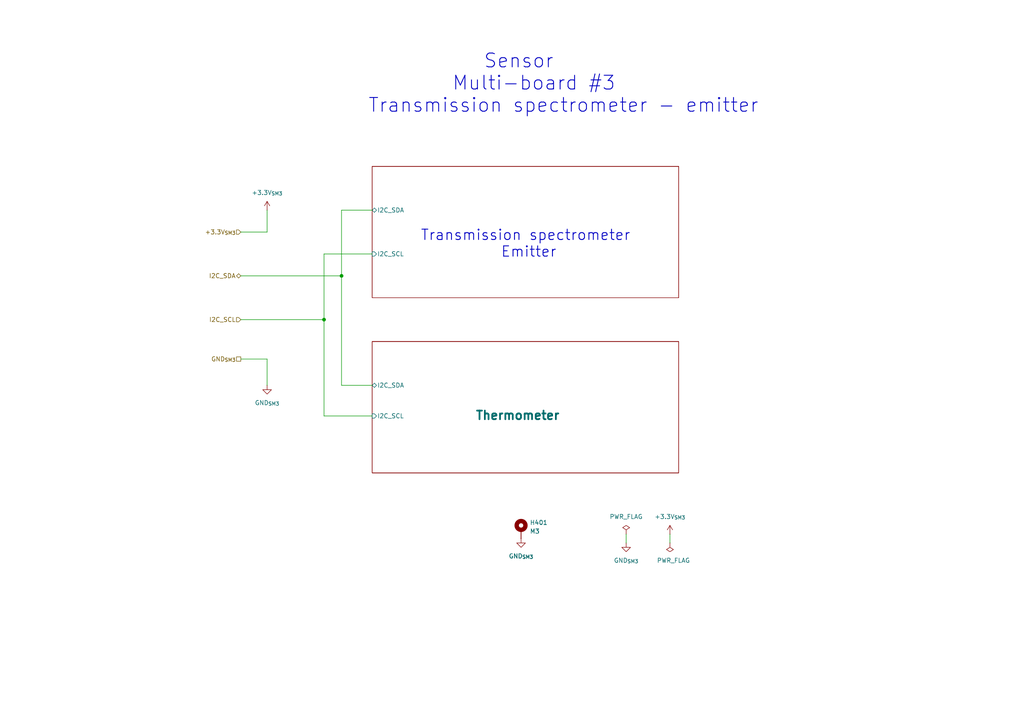
<source format=kicad_sch>
(kicad_sch (version 20231120) (generator "eeschema") (generator_version "8.0")
  (paper "A4")
  (title_block (title "Sensor multi-board") (date "2024-06-17") (rev "${VERSION}") (company "TrendBit s.r.o.") (comment 1 "Designed by: Petr Malaník"))
  (lib_symbols
    (symbol "Mechanical:MountingHole_Pad" (pin_numbers hide) (pin_names (offset 1.016) hide)
      (property "Reference" "H" (at 0 6.35 0))
      (property "Value" "MountingHole_Pad" (at 0 4.445 0))
      (symbol "MountingHole_Pad_0_1"
        (circle (center 0 1.27) (radius 1.27) (stroke (width 1.27)))
      )
      (symbol "MountingHole_Pad_1_1"
        (pin input line (at 0 -2.54 90) (length 2.54) (name "1") (number "1"))
      )
    )
    (symbol "power:+3.3V" (power) (pin_numbers hide) (pin_names (offset 0) hide)
      (property "Value" "+3.3V" (at 0 3.556 0))
      (symbol "+3.3V_0_1"
        (polyline (pts (xy -0.762 1.27) (xy 0 2.54)))
        (polyline (pts (xy 0 0) (xy 0 2.54)))
        (polyline (pts (xy 0 2.54) (xy 0.762 1.27)))
      )
      (symbol "+3.3V_1_1"
        (pin power_in line (at 0 0 90) (length 0) (name "~") (number "1"))
      )
    )
    (symbol "power:GND" (power) (pin_numbers hide) (pin_names (offset 0) hide)
      (property "Value" "GND" (at 0 -3.81 0))
      (symbol "GND_0_1"
        (polyline (pts (xy 0 0) (xy 0 -1.27) (xy 1.27 -1.27) (xy 0 -2.54) (xy -1.27 -1.27) (xy 0 -1.27)))
      )
      (symbol "GND_1_1"
        (pin power_in line (at 0 0 270) (length 0) (name "~") (number "1"))
      )
    )
    (symbol "power:PWR_FLAG" (power) (pin_numbers hide) (pin_names (offset 0) hide)
      (property "Value" "PWR_FLAG" (at 0 3.81 0))
      (symbol "PWR_FLAG_0_0"
        (pin power_out line (at 0 0 90) (length 0) (name "~") (number "1"))
      )
      (symbol "PWR_FLAG_0_1"
        (polyline (pts (xy 0 0) (xy 0 1.27) (xy -1.016 1.905) (xy 0 2.54) (xy 1.016 1.905) (xy 0 1.27)))
      )
    )
  )
  (junction (at 99.06 80.01))
  (junction (at 93.98 92.71))
  (wire (pts (xy 93.98 92.71) (xy 93.98 120.65)))
  (wire (pts (xy 107.95 73.66) (xy 93.98 73.66)))
  (wire (pts (xy 69.85 67.31) (xy 77.47 67.31)))
  (wire (pts (xy 69.85 80.01) (xy 99.06 80.01)))
  (wire (pts (xy 77.47 111.76) (xy 77.47 104.14)))
  (wire (pts (xy 99.06 111.76) (xy 107.95 111.76)))
  (wire (pts (xy 69.85 92.71) (xy 93.98 92.71)))
  (wire (pts (xy 93.98 120.65) (xy 107.95 120.65)))
  (wire (pts (xy 107.95 60.96) (xy 99.06 60.96)))
  (wire (pts (xy 77.47 104.14) (xy 69.85 104.14)))
  (wire (pts (xy 99.06 60.96) (xy 99.06 80.01)))
  (wire (pts (xy 194.31 154.94) (xy 194.31 157.48)))
  (wire (pts (xy 77.47 67.31) (xy 77.47 60.96)))
  (wire (pts (xy 181.61 154.94) (xy 181.61 157.48)))
  (wire (pts (xy 93.98 73.66) (xy 93.98 92.71)))
  (wire (pts (xy 99.06 80.01) (xy 99.06 111.76)))
  (text "           Sensor\n        Multi-board #3\nTransmission spectrometer - emitter" (at 106.68 33.02 0) (effects (font (size 4 4) (thickness 0.254) (bold yes)) (justify left bottom)))
  (text "Transmission spectrometer\n		Emitter" (at 121.92 74.93 0) (effects (font (size 3 3) (thickness 0.254) (bold yes)) (justify left bottom)))
  (hierarchical_label "I2C_SCL" (shape input) (at 69.85 92.71 180))
  (hierarchical_label "GND_{SM3}" (shape passive) (at 69.85 104.14 180))
  (hierarchical_label "+3.3V_{SM3}" (shape input) (at 69.85 67.31 180))
  (hierarchical_label "I2C_SDA" (shape tri_state) (at 69.85 80.01 180))
  (symbol (lib_id "power:GND") (at 181.61 157.48 0) (unit 1)
    (property "Reference" "#PWR0404" (effects (hide yes)))
    (property "Value" "GND_{SM3}" (at 181.61 162.56 0))
    (property "Description" "Power symbol creates a global label with name \"GND\" , ground" (effects (hide yes)))
  )
  (symbol (lib_id "power:PWR_FLAG") (at 181.61 154.94 0) (unit 1)
    (property "Reference" "#FLG0401" (effects (hide yes)))
    (property "Value" "PWR_FLAG" (at 181.61 149.86 0))
    (property "Description" "Special symbol for telling ERC where power comes from" (effects (hide yes)))
  )
  (symbol (lib_id "power:PWR_FLAG") (at 194.31 157.48 180) (unit 1)
    (property "Reference" "#FLG0402" (effects (hide yes)))
    (property "Value" "PWR_FLAG" (at 190.5 162.56 0) (effects (justify right)))
    (property "Description" "Special symbol for telling ERC where power comes from" (effects (hide yes)))
  )
  (symbol (lib_id "power:GND") (at 151.13 156.21 0) (unit 1)
    (property "Reference" "#PWR0403" (effects (hide yes)))
    (property "Value" "GND_{SM3}" (at 151.13 161.29 0))
    (property "Description" "Power symbol creates a global label with name \"GND\" , ground" (effects (hide yes)))
  )
  (symbol (lib_id "Mechanical:MountingHole_Pad") (at 151.13 153.67 0) (unit 1)
    (property "Reference" "H401" (at 153.67 151.5653 0) (effects (justify left)))
    (property "Value" "M3" (at 153.67 154.1022 0) (effects (justify left)))
    (property "Footprint" "MountingHole:MountingHole_3.2mm_M3_Pad_Via" (effects (hide yes)))
  )
  (symbol (lib_id "power:+3.3V") (at 77.47 60.96 0) (unit 1)
    (property "Reference" "#PWR0401" (effects (hide yes)))
    (property "Value" "+3.3V_{SM3}" (at 77.47 55.88 0))
    (property "Description" "Power symbol creates a global label with name \"+3.3V\"" (effects (hide yes)))
  )
  (symbol (lib_id "power:+3.3V") (at 194.31 154.94 0) (unit 1)
    (property "Reference" "#PWR0405" (effects (hide yes)))
    (property "Value" "+3.3V_{SM3}" (at 194.31 149.86 0))
    (property "Description" "Power symbol creates a global label with name \"+3.3V\"" (effects (hide yes)))
  )
  (symbol (lib_id "power:GND") (at 77.47 111.76 0) (unit 1)
    (property "Reference" "#PWR0402" (effects (hide yes)))
    (property "Value" "GND_{SM3}" (at 77.47 116.84 0))
    (property "Description" "Power symbol creates a global label with name \"GND\" , ground" (effects (hide yes)))
  )
  (sheet (at 107.95 99.06) (size 88.9 38.1) (stroke (width 0.1524))
    (property "Sheetname" "Thermometer" (at 137.795 121.92 0) (effects (font (size 2.5 2.5) (bold yes)) (justify left bottom)))
    (property "Sheetfile" "Thermometer_#3.kicad_sch" (effects (hide yes)))
    (pin "I2C_SDA" tri_state (at 107.95 111.76 180))
    (pin "I2C_SCL" input (at 107.95 120.65 180))
  )
  (sheet (at 107.95 48.26) (size 88.9 38.1) (stroke (width 0.1524))
    (property "Sheetname" "TS_Emitter" (effects (hide yes)))
    (property "Sheetfile" "TS_Emitter.kicad_sch" (effects (hide yes)))
    (pin "I2C_SDA" tri_state (at 107.95 60.96 180))
    (pin "I2C_SCL" input (at 107.95 73.66 180))
  )
)
</source>
